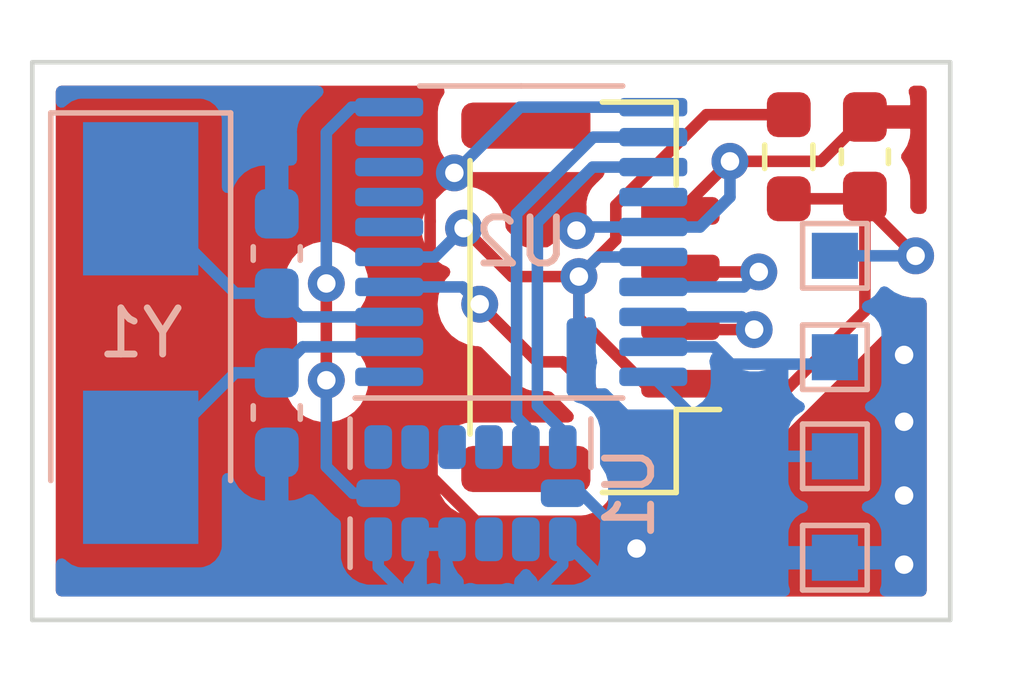
<source format=kicad_pcb>
(kicad_pcb (version 20211014) (generator pcbnew)
  (layers (0 "F.Cu" signal) (31 "B.Cu" signal) (34 "B.Paste" user) (35 "F.Paste" user) (36 "B.SilkS" user "B.Silkscreen") (37 "F.SilkS" user "F.Silkscreen") (38 "B.Mask" user) (39 "F.Mask" user) (44 "Edge.Cuts" user))
  (net 0 "")
  (net 1 "+3V3")
  (net 2 "GND")
  (net 4 "ADXL_NCS")
  (net 9 "MISO")
  (net 10 "MOSI")
  (net 11 "SCL")
  (net 13 "Net-(C1-Pad2)")
  (net 14 "Net-(C2-Pad2)")
  (net 15 "NRST")
  (net 21 "SDA")
  (net 22 "/SWDIO")
  (net 23 "/SWCLK")
  (net 24 "SCLK")
  (footprint "Connector_JST:JST_GH_BM04B-GHS-TBT_1x04-1MP_P1.25mm_Vertical" (layer "F.Cu") (at 24.1 17.1 90)
    (fp_text reference "J1" hide)
    (fp_text value "Conn_01x04_Male" hide)
    (fp_line (start 4.235 0.26) (end 4.235 1.86) (layer "F.SilkS") (width 0.12))
    (fp_line (start -2.435 1.86) (end -2.435 2.8) (layer "F.SilkS") (width 0.12))
    (fp_line (start -4.235 1.86) (end -2.435 1.86) (layer "F.SilkS") (width 0.12))
    (fp_line (start 4.235 1.86) (end 2.435 1.86) (layer "F.SilkS") (width 0.12))
    (fp_line (start -2.965 -2.61) (end 2.965 -2.61) (layer "F.SilkS") (width 0.12))
    (fp_line (start -4.235 0.26) (end -4.235 1.86) (layer "F.SilkS") (width 0.12))
    (pad "1" smd roundrect (at -1.875 1.95 90) (size 0.6 1.7) (layers "F.Cu" "F.Paste" "F.Mask") (net 1 "+3V3"))
    (pad "2" smd roundrect (at -0.625 1.95 90) (size 0.6 1.7) (layers "F.Cu" "F.Paste" "F.Mask") (net 21 "SDA"))
    (pad "3" smd roundrect (at 0.625 1.95 90) (size 0.6 1.7) (layers "F.Cu" "F.Paste" "F.Mask") (net 11 "SCL"))
    (pad "4" smd roundrect (at 1.875 1.95 90) (size 0.6 1.7) (layers "F.Cu" "F.Paste" "F.Mask") (net 2 "GND"))
    (pad "MP" smd roundrect (at 3.725 -1.4 90) (size 1 2.8) (layers "F.Cu" "F.Paste" "F.Mask"))
    (pad "MP" smd roundrect (at -3.725 -1.4 90) (size 1 2.8) (layers "F.Cu" "F.Paste" "F.Mask"))
  )
  (footprint "Capacitor_SMD:C_0603_1608Metric_Pad1.08x0.95mm_HandSolder" (layer "F.Cu") (at 30.05 14.05 90)
    (fp_text reference "C3" hide)
    (fp_text value "C_Small" hide)
    (fp_line (start -0.146267 0.51) (end 0.146267 0.51) (layer "F.SilkS") (width 0.12))
    (fp_line (start -0.146267 -0.51) (end 0.146267 -0.51) (layer "F.SilkS") (width 0.12))
    (pad "1" smd roundrect (at -0.8625 0 90) (size 1.075 0.95) (layers "F.Cu" "F.Paste" "F.Mask") (net 15 "NRST"))
    (pad "2" smd roundrect (at 0.8625 0 90) (size 1.075 0.95) (layers "F.Cu" "F.Paste" "F.Mask") (net 2 "GND"))
  )
  (footprint "Resistor_SMD:R_0603_1608Metric_Pad0.98x0.95mm_HandSolder" (layer "F.Cu") (at 28.4 14.05 -90)
    (fp_text reference "R1" hide)
    (fp_text value "R_Small" hide)
    (fp_line (start -0.254724 0.5225) (end 0.254724 0.5225) (layer "F.SilkS") (width 0.12))
    (fp_line (start -0.254724 -0.5225) (end 0.254724 -0.5225) (layer "F.SilkS") (width 0.12))
    (pad "1" smd roundrect (at -0.9125 0 270) (size 0.975 0.95) (layers "F.Cu" "F.Paste" "F.Mask") (net 1 "+3V3"))
    (pad "2" smd roundrect (at 0.9125 0 270) (size 0.975 0.95) (layers "F.Cu" "F.Paste" "F.Mask") (net 15 "NRST"))
  )
  (footprint "Package_SO:TSSOP-20_4.4x6.5mm_P0.65mm" (layer "B.Cu") (at 22.6 15.9)
    (fp_text reference "U2" (at 0 0) (layer "B.SilkS") (effects (justify mirror)))
    (fp_text value "STM32F030F4Px" hide)
    (fp_line (start 0 -3.385) (end -2.2 -3.385) (layer "B.SilkS") (width 0.12))
    (fp_line (start 0 3.385) (end 2.2 3.385) (layer "B.SilkS") (width 0.12))
    (fp_line (start 0 -3.385) (end 2.2 -3.385) (layer "B.SilkS") (width 0.12))
    (fp_line (start 0 3.385) (end -3.6 3.385) (layer "B.SilkS") (width 0.12))
    (pad "1" smd roundrect (at -2.8625 2.925) (size 1.475 0.4) (layers "B.Cu" "B.Paste" "B.Mask"))
    (pad "2" smd roundrect (at -2.8625 2.275) (size 1.475 0.4) (layers "B.Cu" "B.Paste" "B.Mask") (net 13 "Net-(C1-Pad2)"))
    (pad "3" smd roundrect (at -2.8625 1.625) (size 1.475 0.4) (layers "B.Cu" "B.Paste" "B.Mask") (net 14 "Net-(C2-Pad2)"))
    (pad "4" smd roundrect (at -2.8625 0.975) (size 1.475 0.4) (layers "B.Cu" "B.Paste" "B.Mask") (net 15 "NRST"))
    (pad "5" smd roundrect (at -2.8625 0.325) (size 1.475 0.4) (layers "B.Cu" "B.Paste" "B.Mask") (net 1 "+3V3"))
    (pad "6" smd roundrect (at -2.8625 -0.325) (size 1.475 0.4) (layers "B.Cu" "B.Paste" "B.Mask"))
    (pad "7" smd roundrect (at -2.8625 -0.975) (size 1.475 0.4) (layers "B.Cu" "B.Paste" "B.Mask"))
    (pad "8" smd roundrect (at -2.8625 -1.625) (size 1.475 0.4) (layers "B.Cu" "B.Paste" "B.Mask"))
    (pad "9" smd roundrect (at -2.8625 -2.275) (size 1.475 0.4) (layers "B.Cu" "B.Paste" "B.Mask"))
    (pad "10" smd roundrect (at -2.8625 -2.925) (size 1.475 0.4) (layers "B.Cu" "B.Paste" "B.Mask") (net 4 "ADXL_NCS"))
    (pad "11" smd roundrect (at 2.8625 -2.925) (size 1.475 0.4) (layers "B.Cu" "B.Paste" "B.Mask") (net 24 "SCLK"))
    (pad "12" smd roundrect (at 2.8625 -2.275) (size 1.475 0.4) (layers "B.Cu" "B.Paste" "B.Mask") (net 9 "MISO"))
    (pad "13" smd roundrect (at 2.8625 -1.625) (size 1.475 0.4) (layers "B.Cu" "B.Paste" "B.Mask") (net 10 "MOSI"))
    (pad "14" smd roundrect (at 2.8625 -0.975) (size 1.475 0.4) (layers "B.Cu" "B.Paste" "B.Mask"))
    (pad "15" smd roundrect (at 2.8625 -0.325) (size 1.475 0.4) (layers "B.Cu" "B.Paste" "B.Mask") (net 2 "GND"))
    (pad "16" smd roundrect (at 2.8625 0.325) (size 1.475 0.4) (layers "B.Cu" "B.Paste" "B.Mask") (net 1 "+3V3"))
    (pad "17" smd roundrect (at 2.8625 0.975) (size 1.475 0.4) (layers "B.Cu" "B.Paste" "B.Mask") (net 11 "SCL"))
    (pad "18" smd roundrect (at 2.8625 1.625) (size 1.475 0.4) (layers "B.Cu" "B.Paste" "B.Mask") (net 21 "SDA"))
    (pad "19" smd roundrect (at 2.8625 2.275) (size 1.475 0.4) (layers "B.Cu" "B.Paste" "B.Mask") (net 22 "/SWDIO"))
    (pad "20" smd roundrect (at 2.8625 2.925) (size 1.475 0.4) (layers "B.Cu" "B.Paste" "B.Mask") (net 23 "/SWCLK"))
  )
  (footprint "Capacitor_SMD:C_0603_1608Metric_Pad1.08x0.95mm_HandSolder" (layer "B.Cu") (at 17.3 16.15 -90)
    (fp_text reference "C2" hide)
    (fp_text value "C_Small" hide)
    (fp_line (start -0.146267 -0.51) (end 0.146267 -0.51) (layer "B.SilkS") (width 0.12))
    (fp_line (start -0.146267 0.51) (end 0.146267 0.51) (layer "B.SilkS") (width 0.12))
    (pad "1" smd roundrect (at -0.8625 0 270) (size 1.075 0.95) (layers "B.Cu" "B.Paste" "B.Mask") (net 2 "GND"))
    (pad "2" smd roundrect (at 0.8625 0 270) (size 1.075 0.95) (layers "B.Cu" "B.Paste" "B.Mask") (net 14 "Net-(C2-Pad2)"))
  )
  (footprint "TestPoint:TestPoint_Pad_1.0x1.0mm" (layer "B.Cu") (at 29.4 18.4 180)
    (fp_text reference "TP1" hide)
    (fp_text value "TestPoint_Small" hide)
    (fp_line (start -0.7 0.7) (end 0.7 0.7) (layer "B.SilkS") (width 0.12))
    (fp_line (start -0.7 -0.7) (end -0.7 0.7) (layer "B.SilkS") (width 0.12))
    (fp_line (start 0.7 -0.7) (end -0.7 -0.7) (layer "B.SilkS") (width 0.12))
    (fp_line (start 0.7 0.7) (end 0.7 -0.7) (layer "B.SilkS") (width 0.12))
    (pad "1" smd rect (at 0 0 180) (size 1 1) (layers "B.Cu" "B.Mask") (net 22 "/SWDIO"))
  )
  (footprint "Crystal:Crystal_SMD_0603-2Pin_6.0x3.5mm_HandSoldering" (layer "B.Cu") (at 14.35 17.875 -90)
    (fp_text reference "Y1" (at 0 0) (layer "B.SilkS") (effects (justify mirror)))
    (fp_text value "Crystal" hide)
    (fp_line (start 3.2 1.95) (end -4.775 1.95) (layer "B.SilkS") (width 0.12))
    (fp_line (start -4.775 1.95) (end -4.775 -1.95) (layer "B.SilkS") (width 0.12))
    (fp_line (start -4.775 -1.95) (end 3.2 -1.95) (layer "B.SilkS") (width 0.12))
    (pad "1" smd rect (at -2.9125 0 270) (size 3.325 2.5) (layers "B.Cu" "B.Paste" "B.Mask") (net 14 "Net-(C2-Pad2)"))
    (pad "2" smd rect (at 2.9125 0 270) (size 3.325 2.5) (layers "B.Cu" "B.Paste" "B.Mask") (net 13 "Net-(C1-Pad2)"))
  )
  (footprint "TestPoint:TestPoint_Pad_1.0x1.0mm" (layer "B.Cu") (at 29.4 16.2 180)
    (fp_text reference "TP4" hide)
    (fp_text value "TestPoint_Small" hide)
    (fp_line (start -0.7 0.7) (end 0.7 0.7) (layer "B.SilkS") (width 0.12))
    (fp_line (start 0.7 0.7) (end 0.7 -0.7) (layer "B.SilkS") (width 0.12))
    (fp_line (start -0.7 -0.7) (end -0.7 0.7) (layer "B.SilkS") (width 0.12))
    (fp_line (start 0.7 -0.7) (end -0.7 -0.7) (layer "B.SilkS") (width 0.12))
    (pad "1" smd rect (at 0 0 180) (size 1 1) (layers "B.Cu" "B.Mask") (net 15 "NRST"))
  )
  (footprint "Package_LGA:LGA-14_3x5mm_P0.8mm_LayoutBorder1x6y" (layer "B.Cu") (at 21.5 21.35 90)
    (fp_text reference "U1" (at 0 3.45 90) (layer "B.SilkS") (effects (justify mirror)))
    (fp_text value "ADXL345" hide)
    (fp_line (start 0.56 -2.61) (end 1.61 -2.61) (layer "B.SilkS") (width 0.12))
    (fp_line (start -0.56 -2.61) (end -1.61 -2.61) (layer "B.SilkS") (width 0.12))
    (fp_line (start 0.56 2.61) (end 1.61 2.61) (layer "B.SilkS") (width 0.12))
    (pad "1" smd roundrect (at -1 2 90) (size 0.95 0.6) (layers "B.Cu" "B.Paste" "B.Mask") (net 1 "+3V3"))
    (pad "2" smd roundrect (at -1 1.2 90) (size 0.95 0.6) (layers "B.Cu" "B.Paste" "B.Mask") (net 2 "GND"))
    (pad "3" smd roundrect (at -1 0.4 90) (size 0.95 0.6) (layers "B.Cu" "B.Paste" "B.Mask"))
    (pad "4" smd roundrect (at -1 -0.4 90) (size 0.95 0.6) (layers "B.Cu" "B.Paste" "B.Mask") (net 2 "GND"))
    (pad "5" smd roundrect (at -1 -1.2 90) (size 0.95 0.6) (layers "B.Cu" "B.Paste" "B.Mask") (net 2 "GND"))
    (pad "6" smd roundrect (at -1 -2 90) (size 0.95 0.6) (layers "B.Cu" "B.Paste" "B.Mask") (net 1 "+3V3"))
    (pad "7" smd roundrect (at 0 -2 90) (size 0.6 0.95) (layers "B.Cu" "B.Paste" "B.Mask") (net 4 "ADXL_NCS"))
    (pad "8" smd roundrect (at 1 -2 90) (size 0.95 0.6) (layers "B.Cu" "B.Paste" "B.Mask"))
    (pad "9" smd roundrect (at 1 -1.2 90) (size 0.95 0.6) (layers "B.Cu" "B.Paste" "B.Mask"))
    (pad "10" smd roundrect (at 1 -0.4 90) (size 0.95 0.6) (layers "B.Cu" "B.Paste" "B.Mask"))
    (pad "11" smd roundrect (at 1 0.4 90) (size 0.95 0.6) (layers "B.Cu" "B.Paste" "B.Mask"))
    (pad "12" smd roundrect (at 1 1.2 90) (size 0.95 0.6) (layers "B.Cu" "B.Paste" "B.Mask") (net 9 "MISO"))
    (pad "13" smd roundrect (at 1 2 90) (size 0.95 0.6) (layers "B.Cu" "B.Paste" "B.Mask") (net 10 "MOSI"))
    (pad "14" smd roundrect (at 0 2 90) (size 0.6 0.95) (layers "B.Cu" "B.Paste" "B.Mask") (net 24 "SCLK"))
  )
  (footprint "Capacitor_SMD:C_0603_1608Metric_Pad1.08x0.95mm_HandSolder" (layer "B.Cu") (at 17.3 19.6 90)
    (fp_text reference "C1" hide)
    (fp_text value "C_Small" hide)
    (fp_line (start -0.146267 -0.51) (end 0.146267 -0.51) (layer "B.SilkS") (width 0.12))
    (fp_line (start -0.146267 0.51) (end 0.146267 0.51) (layer "B.SilkS") (width 0.12))
    (pad "1" smd roundrect (at -0.8625 0 90) (size 1.075 0.95) (layers "B.Cu" "B.Paste" "B.Mask") (net 2 "GND"))
    (pad "2" smd roundrect (at 0.8625 0 90) (size 1.075 0.95) (layers "B.Cu" "B.Paste" "B.Mask") (net 13 "Net-(C1-Pad2)"))
  )
  (footprint "TestPoint:TestPoint_Pad_1.0x1.0mm" (layer "B.Cu") (at 29.4 20.55 180)
    (fp_text reference "TP2" hide)
    (fp_text value "TestPoint_Small" hide)
    (fp_line (start 0.7 -0.7) (end -0.7 -0.7) (layer "B.SilkS") (width 0.12))
    (fp_line (start -0.7 -0.7) (end -0.7 0.7) (layer "B.SilkS") (width 0.12))
    (fp_line (start 0.7 0.7) (end 0.7 -0.7) (layer "B.SilkS") (width 0.12))
    (fp_line (start -0.7 0.7) (end 0.7 0.7) (layer "B.SilkS") (width 0.12))
    (pad "1" smd rect (at 0 0 180) (size 1 1) (layers "B.Cu" "B.Mask") (net 23 "/SWCLK"))
  )
  (footprint "TestPoint:TestPoint_Pad_1.0x1.0mm" (layer "B.Cu") (at 29.4 22.75 180)
    (fp_text reference "TP3" hide)
    (fp_text value "TestPoint_Small" hide)
    (fp_line (start -0.7 -0.7) (end -0.7 0.7) (layer "B.SilkS") (width 0.12))
    (fp_line (start 0.7 0.7) (end 0.7 -0.7) (layer "B.SilkS") (width 0.12))
    (fp_line (start -0.7 0.7) (end 0.7 0.7) (layer "B.SilkS") (width 0.12))
    (fp_line (start 0.7 -0.7) (end -0.7 -0.7) (layer "B.SilkS") (width 0.12))
    (pad "1" smd rect (at 0 0 180) (size 1 1) (layers "B.Cu" "B.Mask") (net 2 "GND"))
  )
  (gr_line (start 12 24.1) (end 31.9 24.1) (layer "Edge.Cuts") (width 0.1))
  (gr_line (start 31.9 24.1) (end 31.9 12) (layer "Edge.Cuts") (width 0.1))
  (gr_line (start 31.9 12) (end 12 12) (layer "Edge.Cuts") (width 0.1))
  (gr_line (start 12 12) (end 12 24.1) (layer "Edge.Cuts") (width 0.1))
  (segment (start 24.65 15.103249) (end 26.615749 13.1375) (width 0.25) (layer "F.Cu") (net 1))
  (segment (start 23.85 16.65) (end 23.85 17.55) (width 0.25) (layer "F.Cu") (net 1))
  (segment (start 25.275 18.975) (end 26.05 18.975) (width 0.25) (layer "F.Cu") (net 1))
  (segment (start 21.35 15.6) (end 22.4 16.65) (width 0.25) (layer "F.Cu") (net 1))
  (segment (start 22.4 16.65) (end 23.85 16.65) (width 0.25) (layer "F.Cu") (net 1))
  (segment (start 26.615749 13.1375) (end 28.4 13.1375) (width 0.25) (layer "F.Cu") (net 1))
  (segment (start 23.85 17.55) (end 25.275 18.975) (width 0.25) (layer "F.Cu") (net 1))
  (segment (start 24.65 15.85) (end 24.65 15.103249) (width 0.25) (layer "F.Cu") (net 1))
  (segment (start 23.85 16.65) (end 24.65 15.85) (width 0.25) (layer "F.Cu") (net 1))
  (via (at 21.35 15.6) (size 0.8) (drill 0.4) (layers "F.Cu" "B.Cu") (net 1))
  (via (at 23.85 16.65) (size 0.8) (drill 0.4) (layers "F.Cu" "B.Cu") (net 1))
  (segment (start 19.7375 16.225) (end 20.725 16.225) (width 0.25) (layer "B.Cu") (net 1))
  (segment (start 23.5 22.35) (end 24.3 23.15) (width 0.25) (layer "B.Cu") (net 1))
  (segment (start 23.85 18.95) (end 23.85 16.65) (width 0.25) (layer "B.Cu") (net 1))
  (segment (start 22.95 23.45) (end 23.5 22.9) (width 0.25) (layer "B.Cu") (net 1))
  (segment (start 24.275 16.225) (end 23.85 16.65) (width 0.25) (layer "B.Cu") (net 1))
  (segment (start 24.4 19.2) (end 24.1 19.2) (width 0.25) (layer "B.Cu") (net 1))
  (segment (start 24.3 23.15) (end 24.3 23.2) (width 0.25) (layer "B.Cu") (net 1))
  (segment (start 24.1 19.2) (end 23.85 18.95) (width 0.25) (layer "B.Cu") (net 1))
  (segment (start 24.4 23.3) (end 26.15 23.3) (width 0.25) (layer "B.Cu") (net 1))
  (segment (start 26.25 23.2) (end 26.25 21.05) (width 0.25) (layer "B.Cu") (net 1))
  (segment (start 20 23.45) (end 22.95 23.45) (width 0.25) (layer "B.Cu") (net 1))
  (segment (start 23.5 22.9) (end 23.5 22.35) (width 0.25) (layer "B.Cu") (net 1))
  (segment (start 26.15 23.3) (end 26.25 23.2) (width 0.25) (layer "B.Cu") (net 1))
  (segment (start 25.4625 16.225) (end 24.275 16.225) (width 0.25) (layer "B.Cu") (net 1))
  (segment (start 24.3 23.2) (end 24.4 23.3) (width 0.25) (layer "B.Cu") (net 1))
  (segment (start 19.5 22.95) (end 20 23.45) (width 0.25) (layer "B.Cu") (net 1))
  (segment (start 26.25 21.05) (end 24.4 19.2) (width 0.25) (layer "B.Cu") (net 1))
  (segment (start 20.725 16.225) (end 21.35 15.6) (width 0.25) (layer "B.Cu") (net 1))
  (segment (start 19.5 22.35) (end 19.5 22.95) (width 0.25) (layer "B.Cu") (net 1))
  (segment (start 30.05 13.1875) (end 30.05 13.2) (width 0.25) (layer "F.Cu") (net 2))
  (segment (start 30.05 13.2) (end 29.1 14.15) (width 0.25) (layer "F.Cu") (net 2))
  (segment (start 27.125 14.15) (end 26.05 15.225) (width 0.25) (layer "F.Cu") (net 2))
  (segment (start 29.1 14.15) (end 27.125 14.15) (width 0.25) (layer "F.Cu") (net 2))
  (via (at 30.9 19.8) (size 0.8) (drill 0.4) (layers "F.Cu" "B.Cu") (net 2))
  (via (at 30.9 21.4) (size 0.8) (drill 0.4) (layers "F.Cu" "B.Cu") (net 2))
  (via (at 27.125 14.15) (size 0.8) (drill 0.4) (layers "F.Cu" "B.Cu") (net 2))
  (via (at 23.797467 15.651879) (size 0.8) (drill 0.4) (layers "F.Cu" "B.Cu") (net 2))
  (via (at 30.9 18.35) (size 0.8) (drill 0.4) (layers "F.Cu" "B.Cu") (net 2))
  (via (at 30.9 22.9) (size 0.8) (drill 0.4) (layers "F.Cu" "B.Cu") (net 2))
  (segment (start 26.475 15.575) (end 25.4625 15.575) (width 0.25) (layer "B.Cu") (net 2))
  (segment (start 25.4625 15.575) (end 23.874346 15.575) (width 0.25) (layer "B.Cu") (net 2))
  (segment (start 27.125 14.15) (end 27.125 14.925) (width 0.25) (layer "B.Cu") (net 2))
  (segment (start 23.874346 15.575) (end 23.797467 15.651879) (width 0.25) (layer "B.Cu") (net 2))
  (segment (start 27.125 14.925) (end 26.475 15.575) (width 0.25) (layer "B.Cu") (net 2))
  (segment (start 18.3745 16.8) (end 18.3745 18.8995) (width 0.25) (layer "F.Cu") (net 4))
  (via (at 18.3745 16.8) (size 0.8) (drill 0.4) (layers "F.Cu" "B.Cu") (net 4))
  (via (at 18.3745 18.8995) (size 0.8) (drill 0.4) (layers "F.Cu" "B.Cu") (net 4))
  (segment (start 18.3745 18.8995) (end 18.3745 20.7745) (width 0.25) (layer "B.Cu") (net 4))
  (segment (start 18.3745 13.5255) (end 18.3745 16.8) (width 0.25) (layer "B.Cu") (net 4))
  (segment (start 18.5 13.4) (end 18.3745 13.5255) (width 0.25) (layer "B.Cu") (net 4))
  (segment (start 18.3745 20.7745) (end 18.95 21.35) (width 0.25) (layer "B.Cu") (net 4))
  (segment (start 19.7375 12.975) (end 18.925 12.975) (width 0.25) (layer "B.Cu") (net 4))
  (segment (start 18.925 12.975) (end 18.5 13.4) (width 0.25) (layer "B.Cu") (net 4))
  (segment (start 18.95 21.35) (end 19.5 21.35) (width 0.25) (layer "B.Cu") (net 4))
  (segment (start 22.5 15.287645) (end 22.5 19.7) (width 0.25) (layer "B.Cu") (net 9))
  (segment (start 25.4625 13.625) (end 24.162645 13.625) (width 0.25) (layer "B.Cu") (net 9))
  (segment (start 22.7 19.9) (end 22.7 20.35) (width 0.25) (layer "B.Cu") (net 9))
  (segment (start 22.5 19.7) (end 22.7 19.9) (width 0.25) (layer "B.Cu") (net 9))
  (segment (start 24.162645 13.625) (end 22.5 15.287645) (width 0.25) (layer "B.Cu") (net 9))
  (segment (start 25.4625 14.275) (end 24.149041 14.275) (width 0.25) (layer "B.Cu") (net 10))
  (segment (start 23.5 20.003249) (end 23.5 20.35) (width 0.25) (layer "B.Cu") (net 10))
  (segment (start 22.95 15.474041) (end 22.95 19.453249) (width 0.25) (layer "B.Cu") (net 10))
  (segment (start 24.149041 14.275) (end 22.95 15.474041) (width 0.25) (layer "B.Cu") (net 10))
  (segment (start 22.95 19.453249) (end 23.5 20.003249) (width 0.25) (layer "B.Cu") (net 10))
  (segment (start 26.125 16.55) (end 26.05 16.475) (width 0.25) (layer "F.Cu") (net 11))
  (segment (start 27.75 16.55) (end 26.125 16.55) (width 0.25) (layer "F.Cu") (net 11))
  (via (at 27.75 16.55) (size 0.8) (drill 0.4) (layers "F.Cu" "B.Cu") (net 11))
  (segment (start 25.4625 16.875) (end 27.425 16.875) (width 0.25) (layer "B.Cu") (net 11))
  (segment (start 27.425 16.875) (end 27.75 16.55) (width 0.25) (layer "B.Cu") (net 11))
  (segment (start 17.8625 18.175) (end 17.3 18.7375) (width 0.25) (layer "B.Cu") (net 13))
  (segment (start 19.7375 18.175) (end 17.8625 18.175) (width 0.25) (layer "B.Cu") (net 13))
  (segment (start 16.4 18.7375) (end 14.35 20.7875) (width 0.25) (layer "B.Cu") (net 13))
  (segment (start 17.3 18.7375) (end 16.4 18.7375) (width 0.25) (layer "B.Cu") (net 13))
  (segment (start 17.3 17.0125) (end 16.4 17.0125) (width 0.25) (layer "B.Cu") (net 14))
  (segment (start 16.4 17.0125) (end 14.35 14.9625) (width 0.25) (layer "B.Cu") (net 14))
  (segment (start 17.8125 17.525) (end 17.3 17.0125) (width 0.25) (layer "B.Cu") (net 14))
  (segment (start 19.7375 17.525) (end 17.8125 17.525) (width 0.25) (layer "B.Cu") (net 14))
  (segment (start 24.9 19.9) (end 27.55 19.9) (width 0.25) (layer "F.Cu") (net 15))
  (segment (start 30.05 14.9125) (end 30.05 15.1) (width 0.25) (layer "F.Cu") (net 15))
  (segment (start 28.4 14.9625) (end 30 14.9625) (width 0.25) (layer "F.Cu") (net 15))
  (segment (start 21.7 17.25) (end 22.95 18.5) (width 0.25) (layer "F.Cu") (net 15))
  (segment (start 30 14.9625) (end 30.05 14.9125) (width 0.25) (layer "F.Cu") (net 15))
  (segment (start 30.05 17.4) (end 30.05 14.9125) (width 0.25) (layer "F.Cu") (net 15))
  (segment (start 24.9 19.9) (end 23.5 18.5) (width 0.25) (layer "F.Cu") (net 15))
  (segment (start 23.5 18.5) (end 22.95 18.5) (width 0.25) (layer "F.Cu") (net 15))
  (segment (start 30.05 15.1) (end 31.15 16.2) (width 0.25) (layer "F.Cu") (net 15))
  (segment (start 27.55 19.9) (end 30.05 17.4) (width 0.25) (layer "F.Cu") (net 15))
  (via (at 21.7 17.25) (size 0.8) (drill 0.4) (layers "F.Cu" "B.Cu") (net 15))
  (via (at 31.15 16.2) (size 0.8) (drill 0.4) (layers "F.Cu" "B.Cu") (net 15))
  (segment (start 21.325 16.875) (end 21.7 17.25) (width 0.25) (layer "B.Cu") (net 15))
  (segment (start 31.15 16.2) (end 29.4 16.2) (width 0.25) (layer "B.Cu") (net 15))
  (segment (start 19.7375 16.875) (end 21.325 16.875) (width 0.25) (layer "B.Cu") (net 15))
  (segment (start 27.65 17.8) (end 26.125 17.8) (width 0.25) (layer "F.Cu") (net 21))
  (segment (start 26.125 17.8) (end 26.05 17.725) (width 0.25) (layer "F.Cu") (net 21))
  (via (at 27.65 17.8) (size 0.8) (drill 0.4) (layers "F.Cu" "B.Cu") (net 21))
  (segment (start 25.4625 17.525) (end 27.375 17.525) (width 0.25) (layer "B.Cu") (net 21))
  (segment (start 27.375 17.525) (end 27.65 17.8) (width 0.25) (layer "B.Cu") (net 21))
  (segment (start 25.4625 18.175) (end 26.775 18.175) (width 0.25) (layer "B.Cu") (net 22))
  (segment (start 27.15 18.55) (end 29.25 18.55) (width 0.25) (layer "B.Cu") (net 22))
  (segment (start 26.775 18.175) (end 27.15 18.55) (width 0.25) (layer "B.Cu") (net 22))
  (segment (start 29.25 18.55) (end 29.4 18.4) (width 0.25) (layer "B.Cu") (net 22))
  (segment (start 25.4625 18.825) (end 27.1875 20.55) (width 0.25) (layer "B.Cu") (net 23))
  (segment (start 27.1875 20.55) (end 29.4 20.55) (width 0.25) (layer "B.Cu") (net 23))
  (segment (start 20.625 20.963173) (end 22.211827 22.55) (width 0.25) (layer "F.Cu") (net 24))
  (segment (start 22.211827 22.55) (end 25.1 22.55) (width 0.25) (layer "F.Cu") (net 24))
  (segment (start 21.15 14.4) (end 20.625 14.925) (width 0.25) (layer "F.Cu") (net 24))
  (segment (start 20.625 15.45) (end 20.625 20.963173) (width 0.25) (layer "F.Cu") (net 24))
  (segment (start 20.625 14.925) (end 20.625 15.45) (width 0.25) (layer "F.Cu") (net 24))
  (via (at 25.1 22.55) (size 0.8) (drill 0.4) (layers "F.Cu" "B.Cu") (net 24))
  (via (at 21.15 14.4) (size 0.8) (drill 0.4) (layers "F.Cu" "B.Cu") (net 24))
  (segment (start 25.1 22.55) (end 23.9 21.35) (width 0.25) (layer "B.Cu") (net 24))
  (segment (start 23.9 21.35) (end 23.5 21.35) (width 0.25) (layer "B.Cu") (net 24))
  (segment (start 25.4625 12.975) (end 22.575 12.975) (width 0.25) (layer "B.Cu") (net 24))
  (segment (start 22.575 12.975) (end 21.15 14.4) (width 0.25) (layer "B.Cu") (net 24))
  (zone (net 2) (net_name "GND") (layer "F.Cu") (connect_pads (clearance 0.508)) (min_thickness 0.254) (fill yes (thermal_gap 0.508) (thermal_bridge_width 0.508))
    (polygon (pts (xy 32.55 25.3) (xy 11.45 24.6) (xy 11.55 11.7) (xy 32.95 11.65)))
  )
  (zone (net 2) (net_name "GND") (layer "B.Cu") (connect_pads (clearance 0.508)) (min_thickness 0.254) (fill yes (thermal_gap 0.508) (thermal_bridge_width 0.508))
    (polygon (pts (xy 33.45 25.8) (xy 11.3 24.75) (xy 11.7 11.4) (xy 33.5 10.65)))
  )
)
</source>
